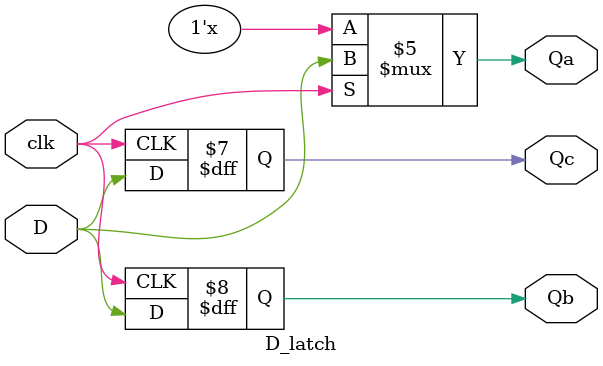
<source format=v>
module D_latch(D, clk, Qa, Qb, Qc);
	input D, clk;
	output reg Qa, Qb, Qc;
	
	// D_latch
	always@ (D, clk)
	begin
		if (clk)
			Qa = D;
		else
			Qa = Qa;
	end
	
	// DFF positive
	always@ (posedge clk)
	begin 
		Qb <= D;
	end
	
	// DFF negative
	always@ (negedge clk)
	begin 
		Qc <= D;
	end
	
endmodule
</source>
